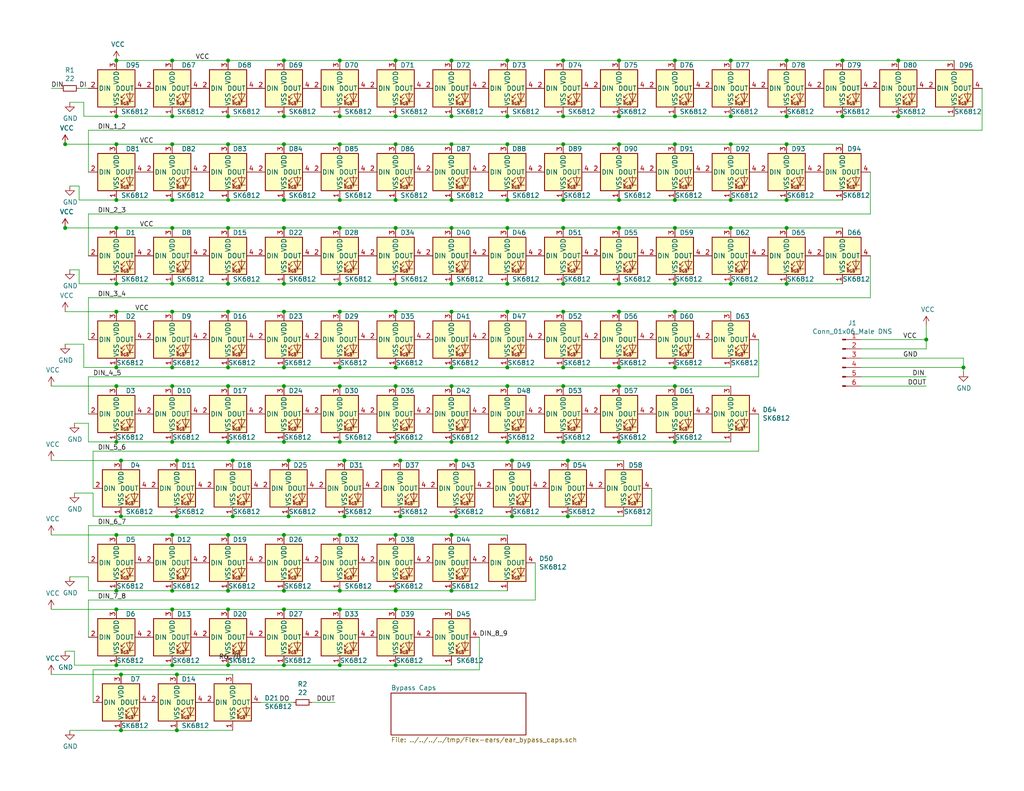
<source format=kicad_sch>
(kicad_sch (version 20230121) (generator eeschema)
  (paper "USLetter")
  (title_block (title "Flex Ears") (date "2019-02-04") (rev "1.0"))
  (junction (at 33.02 199.39))
  (junction (at 123.19 105.41))
  (junction (at 62.23 166.37))
  (junction (at 92.71 16.51))
  (junction (at 168.91 120.65))
  (junction (at 214.63 62.23))
  (junction (at 77.47 31.75))
  (junction (at 138.43 62.23))
  (junction (at 168.91 39.37))
  (junction (at 123.19 16.51))
  (junction (at 31.75 85.09))
  (junction (at 124.46 140.97))
  (junction (at 262.89 100.33))
  (junction (at 123.19 161.29))
  (junction (at 229.87 16.51))
  (junction (at 214.63 54.61))
  (junction (at 92.71 161.29))
  (junction (at 62.23 62.23))
  (junction (at 77.47 85.09))
  (junction (at 107.95 77.47))
  (junction (at 31.75 146.05))
  (junction (at 33.02 140.97))
  (junction (at 138.43 39.37))
  (junction (at 46.99 31.75))
  (junction (at 168.91 100.33))
  (junction (at 46.99 100.33))
  (junction (at 245.11 16.51))
  (junction (at 168.91 77.47))
  (junction (at 77.47 105.41))
  (junction (at 214.63 77.47))
  (junction (at 92.71 39.37))
  (junction (at 46.99 166.37))
  (junction (at 62.23 105.41))
  (junction (at 109.22 140.97))
  (junction (at 46.99 161.29))
  (junction (at 92.71 181.61))
  (junction (at 184.15 62.23))
  (junction (at 252.73 92.71))
  (junction (at 199.39 16.51))
  (junction (at 123.19 120.65))
  (junction (at 184.15 85.09))
  (junction (at 62.23 54.61))
  (junction (at 62.23 120.65))
  (junction (at 107.95 31.75))
  (junction (at 31.75 77.47))
  (junction (at 62.23 77.47))
  (junction (at 31.75 120.65))
  (junction (at 123.19 62.23))
  (junction (at 168.91 85.09))
  (junction (at 153.67 16.51))
  (junction (at 153.67 54.61))
  (junction (at 92.71 166.37))
  (junction (at 63.5 140.97))
  (junction (at 77.47 100.33))
  (junction (at 92.71 100.33))
  (junction (at 229.87 31.75))
  (junction (at 31.75 181.61))
  (junction (at 123.19 31.75))
  (junction (at 138.43 100.33))
  (junction (at 199.39 39.37))
  (junction (at 199.39 54.61))
  (junction (at 107.95 62.23))
  (junction (at 62.23 16.51))
  (junction (at 184.15 54.61))
  (junction (at 77.47 39.37))
  (junction (at 153.67 31.75))
  (junction (at 109.22 125.73))
  (junction (at 46.99 62.23))
  (junction (at 77.47 161.29))
  (junction (at 107.95 16.51))
  (junction (at 199.39 62.23))
  (junction (at 46.99 77.47))
  (junction (at 46.99 146.05))
  (junction (at 124.46 125.73))
  (junction (at 139.7 125.73))
  (junction (at 184.15 39.37))
  (junction (at 31.75 39.37))
  (junction (at 31.75 100.33))
  (junction (at 214.63 16.51))
  (junction (at 62.23 31.75))
  (junction (at 184.15 77.47))
  (junction (at 92.71 146.05))
  (junction (at 107.95 100.33))
  (junction (at 77.47 16.51))
  (junction (at 46.99 39.37))
  (junction (at 153.67 105.41))
  (junction (at 48.26 125.73))
  (junction (at 92.71 120.65))
  (junction (at 168.91 16.51))
  (junction (at 153.67 77.47))
  (junction (at 107.95 54.61))
  (junction (at 107.95 166.37))
  (junction (at 199.39 77.47))
  (junction (at 46.99 181.61))
  (junction (at 62.23 161.29))
  (junction (at 153.67 120.65))
  (junction (at 184.15 120.65))
  (junction (at 92.71 85.09))
  (junction (at 93.98 125.73))
  (junction (at 107.95 105.41))
  (junction (at 138.43 31.75))
  (junction (at 46.99 16.51))
  (junction (at 168.91 62.23))
  (junction (at 184.15 100.33))
  (junction (at 184.15 31.75))
  (junction (at 154.94 125.73))
  (junction (at 138.43 54.61))
  (junction (at 92.71 105.41))
  (junction (at 48.26 184.15))
  (junction (at 138.43 85.09))
  (junction (at 77.47 120.65))
  (junction (at 92.71 54.61))
  (junction (at 214.63 39.37))
  (junction (at 184.15 16.51))
  (junction (at 123.19 100.33))
  (junction (at 154.94 140.97))
  (junction (at 77.47 54.61))
  (junction (at 78.74 125.73))
  (junction (at 153.67 100.33))
  (junction (at 62.23 39.37))
  (junction (at 123.19 39.37))
  (junction (at 107.95 39.37))
  (junction (at 46.99 120.65))
  (junction (at 123.19 85.09))
  (junction (at 184.15 105.41))
  (junction (at 123.19 146.05))
  (junction (at 48.26 140.97))
  (junction (at 107.95 85.09))
  (junction (at 138.43 16.51))
  (junction (at 77.47 181.61))
  (junction (at 107.95 146.05))
  (junction (at 62.23 146.05))
  (junction (at 33.02 125.73))
  (junction (at 92.71 62.23))
  (junction (at 31.75 31.75))
  (junction (at 62.23 100.33))
  (junction (at 199.39 31.75))
  (junction (at 78.74 140.97))
  (junction (at 168.91 31.75))
  (junction (at 153.67 62.23))
  (junction (at 214.63 31.75))
  (junction (at 46.99 85.09))
  (junction (at 153.67 85.09))
  (junction (at 31.75 62.23))
  (junction (at 46.99 54.61))
  (junction (at 93.98 140.97))
  (junction (at 17.78 39.37))
  (junction (at 31.75 54.61))
  (junction (at 31.75 161.29))
  (junction (at 92.71 77.47))
  (junction (at 77.47 146.05))
  (junction (at 107.95 161.29))
  (junction (at 46.99 105.41))
  (junction (at 168.91 54.61))
  (junction (at 153.67 39.37))
  (junction (at 138.43 120.65))
  (junction (at 123.19 77.47))
  (junction (at 48.26 199.39))
  (junction (at 17.78 62.23))
  (junction (at 62.23 181.61))
  (junction (at 123.19 54.61))
  (junction (at 62.23 85.09))
  (junction (at 168.91 105.41))
  (junction (at 107.95 120.65))
  (junction (at 33.02 184.15))
  (junction (at 138.43 105.41))
  (junction (at 31.75 16.51))
  (junction (at 31.75 105.41))
  (junction (at 77.47 62.23))
  (junction (at 138.43 77.47))
  (junction (at 107.95 181.61))
  (junction (at 245.11 31.75))
  (junction (at 92.71 31.75))
  (junction (at 31.75 166.37))
  (junction (at 139.7 140.97))
  (junction (at 77.47 166.37))
  (junction (at 63.5 125.73))
  (junction (at 77.47 77.47))
  (wire (pts (xy 123.19 105.41) (xy 138.43 105.41)))
  (wire (pts (xy 234.95 92.71) (xy 252.73 92.71)))
  (wire (pts (xy 153.67 120.65) (xy 168.91 120.65)))
  (wire (pts (xy 123.19 54.61) (xy 138.43 54.61)))
  (wire (pts (xy 138.43 77.47) (xy 153.67 77.47)))
  (wire (pts (xy 77.47 100.33) (xy 92.71 100.33)))
  (wire (pts (xy 77.47 120.65) (xy 92.71 120.65)))
  (wire (pts (xy 184.15 100.33) (xy 199.39 100.33)))
  (wire (pts (xy 153.67 31.75) (xy 168.91 31.75)))
  (wire (pts (xy 109.22 140.97) (xy 124.46 140.97)))
  (wire (pts (xy 24.13 81.28) (xy 24.13 92.71)))
  (wire (pts (xy 260.35 31.75) (xy 245.11 31.75)))
  (wire (pts (xy 252.73 88.9) (xy 252.73 92.71)))
  (wire (pts (xy 184.15 77.47) (xy 199.39 77.47)))
  (wire (pts (xy 92.71 105.41) (xy 107.95 105.41)))
  (wire (pts (xy 92.71 181.61) (xy 107.95 181.61)))
  (wire (pts (xy 77.47 85.09) (xy 92.71 85.09)))
  (wire (pts (xy 24.13 163.83) (xy 146.05 163.83)))
  (wire (pts (xy 46.99 161.29) (xy 62.23 161.29)))
  (wire (pts (xy 46.99 31.75) (xy 62.23 31.75)))
  (wire (pts (xy 92.71 54.61) (xy 107.95 54.61)))
  (wire (pts (xy 92.71 16.51) (xy 107.95 16.51)))
  (wire (pts (xy 46.99 62.23) (xy 62.23 62.23)))
  (wire (pts (xy 85.09 191.77) (xy 91.44 191.77)))
  (wire (pts (xy 48.26 140.97) (xy 63.5 140.97)))
  (wire (pts (xy 31.75 62.23) (xy 46.99 62.23)))
  (wire (pts (xy 20.32 115.57) (xy 24.13 115.57)))
  (wire (pts (xy 92.71 62.23) (xy 107.95 62.23)))
  (wire (pts (xy 62.23 54.61) (xy 77.47 54.61)))
  (wire (pts (xy 25.4 134.62) (xy 25.4 140.97)))
  (wire (pts (xy 153.67 105.41) (xy 168.91 105.41)))
  (wire (pts (xy 48.26 184.15) (xy 63.5 184.15)))
  (wire (pts (xy 237.49 58.42) (xy 24.13 58.42)))
  (wire (pts (xy 24.13 143.51) (xy 24.13 153.67)))
  (wire (pts (xy 168.91 85.09) (xy 184.15 85.09)))
  (wire (pts (xy 31.75 100.33) (xy 46.99 100.33)))
  (wire (pts (xy 138.43 54.61) (xy 153.67 54.61)))
  (wire (pts (xy 234.95 100.33) (xy 262.89 100.33)))
  (wire (pts (xy 33.02 184.15) (xy 48.26 184.15)))
  (wire (pts (xy 62.23 39.37) (xy 77.47 39.37)))
  (wire (pts (xy 123.19 161.29) (xy 138.43 161.29)))
  (wire (pts (xy 77.47 105.41) (xy 92.71 105.41)))
  (wire (pts (xy 46.99 181.61) (xy 62.23 181.61)))
  (wire (pts (xy 20.32 134.62) (xy 25.4 134.62)))
  (wire (pts (xy 20.32 181.61) (xy 20.32 177.8)))
  (wire (pts (xy 123.19 16.51) (xy 138.43 16.51)))
  (wire (pts (xy 109.22 125.73) (xy 124.46 125.73)))
  (wire (pts (xy 107.95 181.61) (xy 123.19 181.61)))
  (wire (pts (xy 130.81 173.99) (xy 130.81 182.88)))
  (wire (pts (xy 234.95 97.79) (xy 262.89 97.79)))
  (wire (pts (xy 184.15 85.09) (xy 199.39 85.09)))
  (wire (pts (xy 77.47 166.37) (xy 92.71 166.37)))
  (wire (pts (xy 33.02 125.73) (xy 48.26 125.73)))
  (wire (pts (xy 13.97 105.41) (xy 31.75 105.41)))
  (wire (pts (xy 237.49 81.28) (xy 237.49 69.85)))
  (wire (pts (xy 107.95 77.47) (xy 123.19 77.47)))
  (wire (pts (xy 21.59 54.61) (xy 31.75 54.61)))
  (wire (pts (xy 21.59 77.47) (xy 31.75 77.47)))
  (wire (pts (xy 31.75 161.29) (xy 46.99 161.29)))
  (wire (pts (xy 153.67 77.47) (xy 168.91 77.47)))
  (wire (pts (xy 13.97 146.05) (xy 31.75 146.05)))
  (wire (pts (xy 214.63 54.61) (xy 229.87 54.61)))
  (wire (pts (xy 62.23 161.29) (xy 77.47 161.29)))
  (wire (pts (xy 46.99 146.05) (xy 62.23 146.05)))
  (wire (pts (xy 62.23 100.33) (xy 77.47 100.33)))
  (wire (pts (xy 31.75 105.41) (xy 46.99 105.41)))
  (wire (pts (xy 107.95 62.23) (xy 123.19 62.23)))
  (wire (pts (xy 138.43 105.41) (xy 153.67 105.41)))
  (wire (pts (xy 17.78 85.09) (xy 31.75 85.09)))
  (wire (pts (xy 207.01 123.19) (xy 207.01 113.03)))
  (wire (pts (xy 177.8 143.51) (xy 24.13 143.51)))
  (wire (pts (xy 92.71 39.37) (xy 107.95 39.37)))
  (wire (pts (xy 107.95 54.61) (xy 123.19 54.61)))
  (wire (pts (xy 138.43 39.37) (xy 153.67 39.37)))
  (wire (pts (xy 168.91 77.47) (xy 184.15 77.47)))
  (wire (pts (xy 168.91 31.75) (xy 184.15 31.75)))
  (wire (pts (xy 214.63 77.47) (xy 229.87 77.47)))
  (wire (pts (xy 25.4 133.35) (xy 25.4 123.19)))
  (wire (pts (xy 19.05 199.39) (xy 33.02 199.39)))
  (wire (pts (xy 107.95 31.75) (xy 123.19 31.75)))
  (wire (pts (xy 77.47 77.47) (xy 92.71 77.47)))
  (wire (pts (xy 92.71 166.37) (xy 107.95 166.37)))
  (wire (pts (xy 13.97 166.37) (xy 31.75 166.37)))
  (wire (pts (xy 124.46 140.97) (xy 139.7 140.97)))
  (wire (pts (xy 63.5 140.97) (xy 78.74 140.97)))
  (wire (pts (xy 31.75 166.37) (xy 46.99 166.37)))
  (wire (pts (xy 46.99 105.41) (xy 62.23 105.41)))
  (wire (pts (xy 234.95 95.25) (xy 252.73 95.25)))
  (wire (pts (xy 62.23 120.65) (xy 77.47 120.65)))
  (wire (pts (xy 214.63 31.75) (xy 229.87 31.75)))
  (wire (pts (xy 168.91 16.51) (xy 184.15 16.51)))
  (wire (pts (xy 31.75 85.09) (xy 46.99 85.09)))
  (wire (pts (xy 107.95 161.29) (xy 123.19 161.29)))
  (wire (pts (xy 22.86 100.33) (xy 31.75 100.33)))
  (wire (pts (xy 62.23 166.37) (xy 77.47 166.37)))
  (wire (pts (xy 77.47 31.75) (xy 92.71 31.75)))
  (wire (pts (xy 25.4 123.19) (xy 207.01 123.19)))
  (wire (pts (xy 123.19 100.33) (xy 138.43 100.33)))
  (wire (pts (xy 62.23 181.61) (xy 77.47 181.61)))
  (wire (pts (xy 107.95 16.51) (xy 123.19 16.51)))
  (wire (pts (xy 21.59 73.66) (xy 19.05 73.66)))
  (wire (pts (xy 107.95 120.65) (xy 123.19 120.65)))
  (wire (pts (xy 124.46 125.73) (xy 139.7 125.73)))
  (wire (pts (xy 48.26 125.73) (xy 63.5 125.73)))
  (wire (pts (xy 13.97 125.73) (xy 33.02 125.73)))
  (wire (pts (xy 184.15 16.51) (xy 199.39 16.51)))
  (wire (pts (xy 24.13 173.99) (xy 24.13 163.83)))
  (wire (pts (xy 177.8 133.35) (xy 177.8 143.51)))
  (wire (pts (xy 229.87 16.51) (xy 245.11 16.51)))
  (wire (pts (xy 237.49 58.42) (xy 237.49 46.99)))
  (wire (pts (xy 199.39 39.37) (xy 214.63 39.37)))
  (wire (pts (xy 17.78 62.23) (xy 31.75 62.23)))
  (wire (pts (xy 207.01 92.71) (xy 207.01 102.87)))
  (wire (pts (xy 138.43 62.23) (xy 153.67 62.23)))
  (wire (pts (xy 71.12 191.77) (xy 80.01 191.77)))
  (wire (pts (xy 138.43 100.33) (xy 153.67 100.33)))
  (wire (pts (xy 21.59 50.8) (xy 19.05 50.8)))
  (wire (pts (xy 20.32 181.61) (xy 31.75 181.61)))
  (wire (pts (xy 199.39 62.23) (xy 214.63 62.23)))
  (wire (pts (xy 168.91 120.65) (xy 184.15 120.65)))
  (wire (pts (xy 22.86 27.94) (xy 19.05 27.94)))
  (wire (pts (xy 107.95 100.33) (xy 123.19 100.33)))
  (wire (pts (xy 123.19 39.37) (xy 138.43 39.37)))
  (wire (pts (xy 21.59 77.47) (xy 21.59 73.66)))
  (wire (pts (xy 168.91 105.41) (xy 184.15 105.41)))
  (wire (pts (xy 21.59 24.13) (xy 24.13 24.13)))
  (wire (pts (xy 31.75 16.51) (xy 46.99 16.51)))
  (wire (pts (xy 31.75 181.61) (xy 46.99 181.61)))
  (wire (pts (xy 199.39 31.75) (xy 214.63 31.75)))
  (wire (pts (xy 46.99 54.61) (xy 62.23 54.61)))
  (wire (pts (xy 24.13 35.56) (xy 267.97 35.56)))
  (wire (pts (xy 24.13 102.87) (xy 24.13 113.03)))
  (wire (pts (xy 46.99 120.65) (xy 62.23 120.65)))
  (wire (pts (xy 107.95 105.41) (xy 123.19 105.41)))
  (wire (pts (xy 92.71 100.33) (xy 107.95 100.33)))
  (wire (pts (xy 168.91 100.33) (xy 184.15 100.33)))
  (wire (pts (xy 184.15 54.61) (xy 199.39 54.61)))
  (wire (pts (xy 13.97 184.15) (xy 33.02 184.15)))
  (wire (pts (xy 214.63 62.23) (xy 229.87 62.23)))
  (wire (pts (xy 138.43 120.65) (xy 153.67 120.65)))
  (wire (pts (xy 168.91 39.37) (xy 184.15 39.37)))
  (wire (pts (xy 31.75 31.75) (xy 22.86 31.75)))
  (wire (pts (xy 199.39 77.47) (xy 214.63 77.47)))
  (wire (pts (xy 262.89 101.6) (xy 262.89 100.33)))
  (wire (pts (xy 62.23 16.51) (xy 77.47 16.51)))
  (wire (pts (xy 199.39 16.51) (xy 214.63 16.51)))
  (wire (pts (xy 237.49 81.28) (xy 24.13 81.28)))
  (wire (pts (xy 24.13 58.42) (xy 24.13 69.85)))
  (wire (pts (xy 107.95 85.09) (xy 123.19 85.09)))
  (wire (pts (xy 33.02 199.39) (xy 48.26 199.39)))
  (wire (pts (xy 123.19 85.09) (xy 138.43 85.09)))
  (wire (pts (xy 77.47 181.61) (xy 92.71 181.61)))
  (wire (pts (xy 199.39 54.61) (xy 214.63 54.61)))
  (wire (pts (xy 93.98 125.73) (xy 109.22 125.73)))
  (wire (pts (xy 62.23 105.41) (xy 77.47 105.41)))
  (wire (pts (xy 107.95 146.05) (xy 123.19 146.05)))
  (wire (pts (xy 31.75 120.65) (xy 46.99 120.65)))
  (wire (pts (xy 62.23 62.23) (xy 77.47 62.23)))
  (wire (pts (xy 24.13 157.48) (xy 24.13 161.29)))
  (wire (pts (xy 77.47 62.23) (xy 92.71 62.23)))
  (wire (pts (xy 16.51 24.13) (xy 13.97 24.13)))
  (wire (pts (xy 46.99 100.33) (xy 62.23 100.33)))
  (wire (pts (xy 25.4 182.88) (xy 130.81 182.88)))
  (wire (pts (xy 184.15 105.41) (xy 199.39 105.41)))
  (wire (pts (xy 46.99 77.47) (xy 62.23 77.47)))
  (wire (pts (xy 252.73 92.71) (xy 252.73 95.25)))
  (wire (pts (xy 46.99 166.37) (xy 62.23 166.37)))
  (wire (pts (xy 78.74 140.97) (xy 93.98 140.97)))
  (wire (pts (xy 31.75 54.61) (xy 46.99 54.61)))
  (wire (pts (xy 123.19 77.47) (xy 138.43 77.47)))
  (wire (pts (xy 17.78 93.98) (xy 22.86 93.98)))
  (wire (pts (xy 267.97 24.13) (xy 267.97 35.56)))
  (wire (pts (xy 21.59 54.61) (xy 21.59 50.8)))
  (wire (pts (xy 168.91 54.61) (xy 184.15 54.61)))
  (wire (pts (xy 154.94 140.97) (xy 170.18 140.97)))
  (wire (pts (xy 19.05 157.48) (xy 24.13 157.48)))
  (wire (pts (xy 153.67 62.23) (xy 168.91 62.23)))
  (wire (pts (xy 77.47 16.51) (xy 92.71 16.51)))
  (wire (pts (xy 92.71 120.65) (xy 107.95 120.65)))
  (wire (pts (xy 24.13 115.57) (xy 24.13 120.65)))
  (wire (pts (xy 214.63 39.37) (xy 229.87 39.37)))
  (wire (pts (xy 107.95 39.37) (xy 123.19 39.37)))
  (wire (pts (xy 92.71 161.29) (xy 107.95 161.29)))
  (wire (pts (xy 139.7 125.73) (xy 154.94 125.73)))
  (wire (pts (xy 184.15 31.75) (xy 199.39 31.75)))
  (wire (pts (xy 31.75 77.47) (xy 46.99 77.47)))
  (wire (pts (xy 62.23 85.09) (xy 77.47 85.09)))
  (wire (pts (xy 31.75 146.05) (xy 46.99 146.05)))
  (wire (pts (xy 31.75 31.75) (xy 46.99 31.75)))
  (wire (pts (xy 22.86 31.75) (xy 22.86 27.94)))
  (wire (pts (xy 46.99 16.51) (xy 62.23 16.51)))
  (wire (pts (xy 24.13 120.65) (xy 31.75 120.65)))
  (wire (pts (xy 46.99 85.09) (xy 62.23 85.09)))
  (wire (pts (xy 92.71 77.47) (xy 107.95 77.47)))
  (wire (pts (xy 77.47 146.05) (xy 92.71 146.05)))
  (wire (pts (xy 48.26 199.39) (xy 63.5 199.39)))
  (wire (pts (xy 123.19 146.05) (xy 138.43 146.05)))
  (wire (pts (xy 62.23 77.47) (xy 77.47 77.47)))
  (wire (pts (xy 184.15 62.23) (xy 199.39 62.23)))
  (wire (pts (xy 107.95 166.37) (xy 123.19 166.37)))
  (wire (pts (xy 234.95 105.41) (xy 252.73 105.41)))
  (wire (pts (xy 31.75 39.37) (xy 46.99 39.37)))
  (wire (pts (xy 153.67 16.51) (xy 168.91 16.51)))
  (wire (pts (xy 234.95 102.87) (xy 252.73 102.87)))
  (wire (pts (xy 146.05 153.67) (xy 146.05 163.83)))
  (wire (pts (xy 153.67 100.33) (xy 168.91 100.33)))
  (wire (pts (xy 184.15 120.65) (xy 199.39 120.65)))
  (wire (pts (xy 62.23 31.75) (xy 77.47 31.75)))
  (wire (pts (xy 25.4 140.97) (xy 33.02 140.97)))
  (wire (pts (xy 77.47 54.61) (xy 92.71 54.61)))
  (wire (pts (xy 214.63 16.51) (xy 229.87 16.51)))
  (wire (pts (xy 139.7 140.97) (xy 154.94 140.97)))
  (wire (pts (xy 46.99 39.37) (xy 62.23 39.37)))
  (wire (pts (xy 62.23 146.05) (xy 77.47 146.05)))
  (wire (pts (xy 168.91 62.23) (xy 184.15 62.23)))
  (wire (pts (xy 123.19 31.75) (xy 138.43 31.75)))
  (wire (pts (xy 20.32 177.8) (xy 17.78 177.8)))
  (wire (pts (xy 24.13 161.29) (xy 31.75 161.29)))
  (wire (pts (xy 153.67 39.37) (xy 168.91 39.37)))
  (wire (pts (xy 153.67 85.09) (xy 168.91 85.09)))
  (wire (pts (xy 138.43 16.51) (xy 153.67 16.51)))
  (wire (pts (xy 138.43 31.75) (xy 153.67 31.75)))
  (wire (pts (xy 123.19 120.65) (xy 138.43 120.65)))
  (wire (pts (xy 153.67 54.61) (xy 168.91 54.61)))
  (wire (pts (xy 25.4 182.88) (xy 25.4 191.77)))
  (wire (pts (xy 245.11 16.51) (xy 260.35 16.51)))
  (wire (pts (xy 17.78 39.37) (xy 31.75 39.37)))
  (wire (pts (xy 77.47 161.29) (xy 92.71 161.29)))
  (wire (pts (xy 33.02 140.97) (xy 48.26 140.97)))
  (wire (pts (xy 63.5 125.73) (xy 78.74 125.73)))
  (wire (pts (xy 92.71 85.09) (xy 107.95 85.09)))
  (wire (pts (xy 93.98 140.97) (xy 109.22 140.97)))
  (wire (pts (xy 24.13 102.87) (xy 207.01 102.87)))
  (wire (pts (xy 154.94 125.73) (xy 170.18 125.73)))
  (wire (pts (xy 77.47 39.37) (xy 92.71 39.37)))
  (wire (pts (xy 229.87 31.75) (xy 245.11 31.75)))
  (wire (pts (xy 24.13 35.56) (xy 24.13 46.99)))
  (wire (pts (xy 92.71 31.75) (xy 107.95 31.75)))
  (wire (pts (xy 123.19 62.23) (xy 138.43 62.23)))
  (wire (pts (xy 184.15 39.37) (xy 199.39 39.37)))
  (wire (pts (xy 138.43 85.09) (xy 153.67 85.09)))
  (wire (pts (xy 78.74 125.73) (xy 93.98 125.73)))
  (wire (pts (xy 92.71 146.05) (xy 107.95 146.05)))
  (wire (pts (xy 22.86 93.98) (xy 22.86 100.33)))
  (wire (pts (xy 262.89 100.33) (xy 262.89 97.79)))
  (label "DIN_7_8" (at 26.67 163.83 0))
  (label "DO" (at 76.2 191.77 0))
  (label "VCC" (at 36.83 85.09 0))
  (label "DIN_8_9" (at 130.81 173.99 0))
  (label "DIN_6_7" (at 26.67 143.51 0))
  (label "VCC" (at 38.1 39.37 0))
  (label "DIN_5_6" (at 26.67 123.19 0))
  (label "VCC" (at 246.38 92.71 0))
  (label "DIN" (at 13.97 24.13 0))
  (label "DIN_3_4" (at 26.67 81.28 0))
  (label "GND" (at 246.38 97.79 0))
  (label "VCC" (at 53.34 16.51 0))
  (label "DIN" (at 248.92 102.87 0))
  (label "DIN_1_2" (at 26.67 35.56 0))
  (label "DI" (at 21.59 24.13 0))
  (label "VCC" (at 38.1 62.23 0))
  (label "DOUT" (at 86.36 191.77 0))
  (label "R6_7D" (at 59.69 180.34 0))
  (label "DIN_4_5" (at 25.4 102.87 0))
  (label "DIN_2_3" (at 26.67 58.42 0))
  (label "DOUT" (at 247.65 105.41 0))
  (symbol (lib_id "power:GND") (at 19.05 73.66 0) (unit 1)
    (property "Reference" "#PWR07" (effects hide))
    (property "Value" "GND" (at 19.177 78.0542 0))
  )
  (symbol (lib_id "power:VCC") (at 17.78 62.23 0) (unit 1)
    (property "Reference" "#PWR06" (effects hide))
    (property "Value" "VCC" (at 18.2118 57.8358 0))
  )
  (symbol (lib_id "power:VCC") (at 17.78 85.09 0) (unit 1)
    (property "Reference" "#PWR08" (effects hide))
    (property "Value" "VCC" (at 18.2118 80.6958 0))
  )
  (symbol (lib_id "power:GND") (at 17.78 93.98 0) (unit 1)
    (property "Reference" "#PWR09" (effects hide))
    (property "Value" "GND" (at 17.907 98.3742 0))
  )
  (symbol (lib_id "power:VCC") (at 13.97 105.41 0) (unit 1)
    (property "Reference" "#PWR01" (effects hide))
    (property "Value" "VCC" (at 14.4018 101.0158 0))
  )
  (symbol (lib_id "power:GND") (at 20.32 115.57 0) (unit 1)
    (property "Reference" "#PWR013" (effects hide))
    (property "Value" "GND" (at 20.447 119.9642 0))
  )
  (symbol (lib_id "power:VCC") (at 13.97 125.73 0) (unit 1)
    (property "Reference" "#PWR02" (effects hide))
    (property "Value" "VCC" (at 14.4018 121.3358 0))
  )
  (symbol (lib_id "power:GND") (at 20.32 134.62 0) (unit 1)
    (property "Reference" "#PWR010" (effects hide))
    (property "Value" "GND" (at 20.447 139.0142 0))
  )
  (symbol (lib_id "power:VCC") (at 13.97 146.05 0) (unit 1)
    (property "Reference" "#PWR03" (effects hide))
    (property "Value" "VCC" (at 14.4018 141.6558 0))
  )
  (symbol (lib_id "power:GND") (at 19.05 157.48 0) (unit 1)
    (property "Reference" "#PWR011" (effects hide))
    (property "Value" "GND" (at 19.177 161.8742 0))
  )
  (symbol (lib_id "power:VCC") (at 13.97 166.37 0) (unit 1)
    (property "Reference" "#PWR04" (effects hide))
    (property "Value" "VCC" (at 14.4018 161.9758 0))
  )
  (symbol (lib_id "power:GND") (at 17.78 177.8 0) (unit 1)
    (property "Reference" "#PWR014" (effects hide))
    (property "Value" "GND" (at 17.907 182.1942 0))
  )
  (symbol (lib_id "power:VCC") (at 13.97 184.15 0) (unit 1)
    (property "Reference" "#PWR05" (effects hide))
    (property "Value" "VCC" (at 14.4018 179.7558 0))
  )
  (symbol (lib_id "power:GND") (at 19.05 199.39 0) (unit 1)
    (property "Reference" "#PWR012" (effects hide))
    (property "Value" "GND" (at 19.177 203.7842 0))
  )
  (symbol (lib_id "Ears-rescue:Conn_01x06_Male-Connector") (at 229.87 97.79 0) (unit 1)
    (property "Reference" "J1" (at 232.5624 88.1888 0))
    (property "Value" "Conn_01x06_Male DNS" (at 232.5624 90.5002 0))
    (property "Footprint" "Pin_Headers:Pin_Header_Angled_1x06_Pitch2.54mm" (effects hide))
  )
  (symbol (lib_id "Device:R_Small") (at 82.55 191.77 270) (unit 1)
    (property "Reference" "R2" (at 82.55 186.7916 90))
    (property "Value" "22" (at 82.55 189.103 90))
    (property "Footprint" "Resistor_SMD:R_0603_1608Metric" (effects hide))
  )
  (symbol (lib_id "power:VCC") (at 252.73 88.9 0) (unit 1)
    (property "Reference" "#PWR015" (effects hide))
    (property "Value" "VCC" (at 253.1618 84.5058 0))
  )
  (symbol (lib_id "power:GND") (at 262.89 101.6 0) (unit 1)
    (property "Reference" "#PWR016" (effects hide))
    (property "Value" "GND" (at 263.017 105.9942 0))
  )
  (symbol (lib_id "LED:SK6812") (at 31.75 69.85 0) (unit 1)
    (property "Reference" "D1" (at 34.29 63.5 0) (effects (justify left)))
    (property "Value" "SK6812" (at 33.02 76.2 0) (effects (justify left)))
    (property "Footprint" "LED_SMD:LED_SK6812MINI_PLCC4_3.5x3.5mm_P1.75mm" (effects hide))
    (property "Datasheet" "https://cdn-shop.adafruit.com/product-files/1138/SK6812+LED+datasheet+.pdf" (effects hide))
  )
  (symbol (lib_id "LED:SK6812") (at 46.99 69.85 0) (unit 1)
    (property "Reference" "D8" (at 49.53 63.5 0) (effects (justify left)))
    (property "Value" "SK6812" (at 48.26 76.2 0) (effects (justify left)))
    (property "Footprint" "LED_SMD:LED_SK6812MINI_PLCC4_3.5x3.5mm_P1.75mm" (effects hide))
    (property "Datasheet" "https://cdn-shop.adafruit.com/product-files/1138/SK6812+LED+datasheet+.pdf" (effects hide))
  )
  (symbol (lib_id "LED:SK6812") (at 62.23 69.85 0) (unit 1)
    (property "Reference" "D15" (at 63.5 63.5 0) (effects (justify left)))
    (property "Value" "SK6812" (at 63.5 76.2 0) (effects (justify left)))
    (property "Footprint" "LED_SMD:LED_SK6812MINI_PLCC4_3.5x3.5mm_P1.75mm" (effects hide))
    (property "Datasheet" "https://cdn-shop.adafruit.com/product-files/1138/SK6812+LED+datasheet+.pdf" (effects hide))
  )
  (symbol (lib_id "LED:SK6812") (at 77.47 69.85 0) (unit 1)
    (property "Reference" "D22" (at 78.74 63.5 0) (effects (justify left)))
    (property "Value" "SK6812" (at 78.74 76.2 0) (effects (justify left)))
    (property "Footprint" "LED_SMD:LED_SK6812MINI_PLCC4_3.5x3.5mm_P1.75mm" (effects hide))
    (property "Datasheet" "https://cdn-shop.adafruit.com/product-files/1138/SK6812+LED+datasheet+.pdf" (effects hide))
  )
  (symbol (lib_id "LED:SK6812") (at 92.71 69.85 0) (unit 1)
    (property "Reference" "D28" (at 93.98 63.5 0) (effects (justify left)))
    (property "Value" "SK6812" (at 93.98 76.2 0) (effects (justify left)))
    (property "Footprint" "LED_SMD:LED_SK6812MINI_PLCC4_3.5x3.5mm_P1.75mm" (effects hide))
    (property "Datasheet" "https://cdn-shop.adafruit.com/product-files/1138/SK6812+LED+datasheet+.pdf" (effects hide))
  )
  (symbol (lib_id "LED:SK6812") (at 107.95 69.85 0) (unit 1)
    (property "Reference" "D34" (at 109.22 63.5 0) (effects (justify left)))
    (property "Value" "SK6812" (at 109.22 76.2 0) (effects (justify left)))
    (property "Footprint" "LED_SMD:LED_SK6812MINI_PLCC4_3.5x3.5mm_P1.75mm" (effects hide))
    (property "Datasheet" "https://cdn-shop.adafruit.com/product-files/1138/SK6812+LED+datasheet+.pdf" (effects hide))
  )
  (symbol (lib_id "LED:SK6812") (at 123.19 69.85 0) (unit 1)
    (property "Reference" "D40" (at 124.46 63.5 0) (effects (justify left)))
    (property "Value" "SK6812" (at 124.46 76.2 0) (effects (justify left)))
    (property "Footprint" "LED_SMD:LED_SK6812MINI_PLCC4_3.5x3.5mm_P1.75mm" (effects hide))
    (property "Datasheet" "https://cdn-shop.adafruit.com/product-files/1138/SK6812+LED+datasheet+.pdf" (effects hide))
  )
  (symbol (lib_id "LED:SK6812") (at 138.43 69.85 0) (unit 1)
    (property "Reference" "D46" (at 139.7 63.5 0) (effects (justify left)))
    (property "Value" "SK6812" (at 139.7 76.2 0) (effects (justify left)))
    (property "Footprint" "LED_SMD:LED_SK6812MINI_PLCC4_3.5x3.5mm_P1.75mm" (effects hide))
    (property "Datasheet" "https://cdn-shop.adafruit.com/product-files/1138/SK6812+LED+datasheet+.pdf" (effects hide))
  )
  (symbol (lib_id "LED:SK6812") (at 153.67 69.85 0) (unit 1)
    (property "Reference" "D51" (at 154.94 63.5 0) (effects (justify left)))
    (property "Value" "SK6812" (at 153.67 76.2 0) (effects (justify left)))
    (property "Footprint" "LED_SMD:LED_SK6812MINI_PLCC4_3.5x3.5mm_P1.75mm" (effects hide))
    (property "Datasheet" "https://cdn-shop.adafruit.com/product-files/1138/SK6812+LED+datasheet+.pdf" (effects hide))
  )
  (symbol (lib_id "LED:SK6812") (at 168.91 69.85 0) (unit 1)
    (property "Reference" "D55" (at 170.18 63.5 0) (effects (justify left)))
    (property "Value" "SK6812" (at 170.18 76.2 0) (effects (justify left)))
    (property "Footprint" "LED_SMD:LED_SK6812MINI_PLCC4_3.5x3.5mm_P1.75mm" (effects hide))
    (property "Datasheet" "https://cdn-shop.adafruit.com/product-files/1138/SK6812+LED+datasheet+.pdf" (effects hide))
  )
  (symbol (lib_id "LED:SK6812") (at 184.15 69.85 0) (unit 1)
    (property "Reference" "D59" (at 185.42 63.5 0) (effects (justify left)))
    (property "Value" "SK6812" (at 184.15 76.2 0) (effects (justify left)))
    (property "Footprint" "LED_SMD:LED_SK6812MINI_PLCC4_3.5x3.5mm_P1.75mm" (effects hide))
    (property "Datasheet" "https://cdn-shop.adafruit.com/product-files/1138/SK6812+LED+datasheet+.pdf" (effects hide))
  )
  (symbol (lib_id "LED:SK6812") (at 199.39 69.85 0) (unit 1)
    (property "Reference" "D62" (at 200.66 63.5 0) (effects (justify left)))
    (property "Value" "SK6812" (at 199.39 76.2 0) (effects (justify left)))
    (property "Footprint" "LED_SMD:LED_SK6812MINI_PLCC4_3.5x3.5mm_P1.75mm" (effects hide))
    (property "Datasheet" "https://cdn-shop.adafruit.com/product-files/1138/SK6812+LED+datasheet+.pdf" (effects hide))
  )
  (symbol (lib_id "LED:SK6812") (at 214.63 69.85 0) (unit 1)
    (property "Reference" "D65" (at 215.9 63.5 0) (effects (justify left)))
    (property "Value" "SK6812" (at 214.63 76.2 0) (effects (justify left)))
    (property "Footprint" "LED_SMD:LED_SK6812MINI_PLCC4_3.5x3.5mm_P1.75mm" (effects hide))
    (property "Datasheet" "https://cdn-shop.adafruit.com/product-files/1138/SK6812+LED+datasheet+.pdf" (effects hide))
  )
  (symbol (lib_id "LED:SK6812") (at 229.87 69.85 0) (unit 1)
    (property "Reference" "D66" (at 231.14 63.5 0) (effects (justify left)))
    (property "Value" "SK6812" (at 229.87 76.2 0) (effects (justify left)))
    (property "Footprint" "LED_SMD:LED_SK6812MINI_PLCC4_3.5x3.5mm_P1.75mm" (effects hide))
    (property "Datasheet" "https://cdn-shop.adafruit.com/product-files/1138/SK6812+LED+datasheet+.pdf" (effects hide))
  )
  (symbol (lib_id "LED:SK6812") (at 31.75 92.71 0) (unit 1)
    (property "Reference" "D2" (at 34.29 86.36 0) (effects (justify left)))
    (property "Value" "SK6812" (at 31.75 99.06 0) (effects (justify left)))
    (property "Footprint" "LED_SMD:LED_SK6812MINI_PLCC4_3.5x3.5mm_P1.75mm" (effects hide))
    (property "Datasheet" "https://cdn-shop.adafruit.com/product-files/1138/SK6812+LED+datasheet+.pdf" (effects hide))
  )
  (symbol (lib_id "LED:SK6812") (at 46.99 92.71 0) (unit 1)
    (property "Reference" "D9" (at 49.53 86.36 0) (effects (justify left)))
    (property "Value" "SK6812" (at 46.99 99.06 0) (effects (justify left)))
    (property "Footprint" "LED_SMD:LED_SK6812MINI_PLCC4_3.5x3.5mm_P1.75mm" (effects hide))
    (property "Datasheet" "https://cdn-shop.adafruit.com/product-files/1138/SK6812+LED+datasheet+.pdf" (effects hide))
  )
  (symbol (lib_id "LED:SK6812") (at 62.23 92.71 0) (unit 1)
    (property "Reference" "D16" (at 63.5 86.36 0) (effects (justify left)))
    (property "Value" "SK6812" (at 62.23 99.06 0) (effects (justify left)))
    (property "Footprint" "LED_SMD:LED_SK6812MINI_PLCC4_3.5x3.5mm_P1.75mm" (effects hide))
    (property "Datasheet" "https://cdn-shop.adafruit.com/product-files/1138/SK6812+LED+datasheet+.pdf" (effects hide))
  )
  (symbol (lib_id "LED:SK6812") (at 77.47 92.71 0) (unit 1)
    (property "Reference" "D23" (at 78.74 86.36 0) (effects (justify left)))
    (property "Value" "SK6812" (at 77.47 99.06 0) (effects (justify left)))
    (property "Footprint" "LED_SMD:LED_SK6812MINI_PLCC4_3.5x3.5mm_P1.75mm" (effects hide))
    (property "Datasheet" "https://cdn-shop.adafruit.com/product-files/1138/SK6812+LED+datasheet+.pdf" (effects hide))
  )
  (symbol (lib_id "LED:SK6812") (at 92.71 92.71 0) (unit 1)
    (property "Reference" "D29" (at 93.98 86.36 0) (effects (justify left)))
    (property "Value" "SK6812" (at 92.71 99.06 0) (effects (justify left)))
    (property "Footprint" "LED_SMD:LED_SK6812MINI_PLCC4_3.5x3.5mm_P1.75mm" (effects hide))
    (property "Datasheet" "https://cdn-shop.adafruit.com/product-files/1138/SK6812+LED+datasheet+.pdf" (effects hide))
  )
  (symbol (lib_id "LED:SK6812") (at 107.95 92.71 0) (unit 1)
    (property "Reference" "D35" (at 109.22 86.36 0) (effects (justify left)))
    (property "Value" "SK6812" (at 107.95 99.06 0) (effects (justify left)))
    (property "Footprint" "LED_SMD:LED_SK6812MINI_PLCC4_3.5x3.5mm_P1.75mm" (effects hide))
    (property "Datasheet" "https://cdn-shop.adafruit.com/product-files/1138/SK6812+LED+datasheet+.pdf" (effects hide))
  )
  (symbol (lib_id "LED:SK6812") (at 123.19 92.71 0) (unit 1)
    (property "Reference" "D41" (at 124.46 86.36 0) (effects (justify left)))
    (property "Value" "SK6812" (at 123.19 99.06 0) (effects (justify left)))
    (property "Footprint" "LED_SMD:LED_SK6812MINI_PLCC4_3.5x3.5mm_P1.75mm" (effects hide))
    (property "Datasheet" "https://cdn-shop.adafruit.com/product-files/1138/SK6812+LED+datasheet+.pdf" (effects hide))
  )
  (symbol (lib_id "LED:SK6812") (at 138.43 92.71 0) (unit 1)
    (property "Reference" "D47" (at 139.7 86.36 0) (effects (justify left)))
    (property "Value" "SK6812" (at 138.43 99.06 0) (effects (justify left)))
    (property "Footprint" "LED_SMD:LED_SK6812MINI_PLCC4_3.5x3.5mm_P1.75mm" (effects hide))
    (property "Datasheet" "https://cdn-shop.adafruit.com/product-files/1138/SK6812+LED+datasheet+.pdf" (effects hide))
  )
  (symbol (lib_id "LED:SK6812") (at 153.67 92.71 0) (unit 1)
    (property "Reference" "D52" (at 154.94 86.36 0) (effects (justify left)))
    (property "Value" "SK6812" (at 153.67 99.06 0) (effects (justify left)))
    (property "Footprint" "LED_SMD:LED_SK6812MINI_PLCC4_3.5x3.5mm_P1.75mm" (effects hide))
    (property "Datasheet" "https://cdn-shop.adafruit.com/product-files/1138/SK6812+LED+datasheet+.pdf" (effects hide))
  )
  (symbol (lib_id "LED:SK6812") (at 168.91 92.71 0) (unit 1)
    (property "Reference" "D56" (at 170.18 86.36 0) (effects (justify left)))
    (property "Value" "SK6812" (at 168.91 99.06 0) (effects (justify left)))
    (property "Footprint" "LED_SMD:LED_SK6812MINI_PLCC4_3.5x3.5mm_P1.75mm" (effects hide))
    (property "Datasheet" "https://cdn-shop.adafruit.com/product-files/1138/SK6812+LED+datasheet+.pdf" (effects hide))
  )
  (symbol (lib_id "LED:SK6812") (at 184.15 92.71 0) (unit 1)
    (property "Reference" "D60" (at 185.42 86.36 0) (effects (justify left)))
    (property "Value" "SK6812" (at 184.15 99.06 0) (effects (justify left)))
    (property "Footprint" "LED_SMD:LED_SK6812MINI_PLCC4_3.5x3.5mm_P1.75mm" (effects hide))
    (property "Datasheet" "https://cdn-shop.adafruit.com/product-files/1138/SK6812+LED+datasheet+.pdf" (effects hide))
  )
  (symbol (lib_id "LED:SK6812") (at 199.39 92.71 0) (unit 1)
    (property "Reference" "D63" (at 200.66 86.36 0) (effects (justify left)))
    (property "Value" "SK6812" (at 199.39 99.06 0) (effects (justify left)))
    (property "Footprint" "LED_SMD:LED_SK6812MINI_PLCC4_3.5x3.5mm_P1.75mm" (effects hide))
    (property "Datasheet" "https://cdn-shop.adafruit.com/product-files/1138/SK6812+LED+datasheet+.pdf" (effects hide))
  )
  (symbol (lib_id "LED:SK6812") (at 31.75 113.03 0) (unit 1)
    (property "Reference" "D3" (at 34.29 106.68 0) (effects (justify left)))
    (property "Value" "SK6812" (at 31.75 119.38 0) (effects (justify left)))
    (property "Footprint" "LED_SMD:LED_SK6812MINI_PLCC4_3.5x3.5mm_P1.75mm" (effects hide))
    (property "Datasheet" "https://cdn-shop.adafruit.com/product-files/1138/SK6812+LED+datasheet+.pdf" (effects hide))
  )
  (symbol (lib_id "LED:SK6812") (at 46.99 113.03 0) (unit 1)
    (property "Reference" "D10" (at 48.26 106.68 0) (effects (justify left)))
    (property "Value" "SK6812" (at 46.99 119.38 0) (effects (justify left)))
    (property "Footprint" "LED_SMD:LED_SK6812MINI_PLCC4_3.5x3.5mm_P1.75mm" (effects hide))
    (property "Datasheet" "https://cdn-shop.adafruit.com/product-files/1138/SK6812+LED+datasheet+.pdf" (effects hide))
  )
  (symbol (lib_id "LED:SK6812") (at 62.23 113.03 0) (unit 1)
    (property "Reference" "D17" (at 63.5 106.68 0) (effects (justify left)))
    (property "Value" "SK6812" (at 62.23 119.38 0) (effects (justify left)))
    (property "Footprint" "LED_SMD:LED_SK6812MINI_PLCC4_3.5x3.5mm_P1.75mm" (effects hide))
    (property "Datasheet" "https://cdn-shop.adafruit.com/product-files/1138/SK6812+LED+datasheet+.pdf" (effects hide))
  )
  (symbol (lib_id "LED:SK6812") (at 77.47 113.03 0) (unit 1)
    (property "Reference" "D24" (at 78.74 106.68 0) (effects (justify left)))
    (property "Value" "SK6812" (at 77.47 119.38 0) (effects (justify left)))
    (property "Footprint" "LED_SMD:LED_SK6812MINI_PLCC4_3.5x3.5mm_P1.75mm" (effects hide))
    (property "Datasheet" "https://cdn-shop.adafruit.com/product-files/1138/SK6812+LED+datasheet+.pdf" (effects hide))
  )
  (symbol (lib_id "LED:SK6812") (at 92.71 113.03 0) (unit 1)
    (property "Reference" "D30" (at 93.98 106.68 0) (effects (justify left)))
    (property "Value" "SK6812" (at 93.98 119.38 0) (effects (justify left)))
    (property "Footprint" "LED_SMD:LED_SK6812MINI_PLCC4_3.5x3.5mm_P1.75mm" (effects hide))
    (property "Datasheet" "https://cdn-shop.adafruit.com/product-files/1138/SK6812+LED+datasheet+.pdf" (effects hide))
  )
  (symbol (lib_id "LED:SK6812") (at 107.95 113.03 0) (unit 1)
    (property "Reference" "D36" (at 109.22 106.68 0) (effects (justify left)))
    (property "Value" "SK6812" (at 107.95 119.38 0) (effects (justify left)))
    (property "Footprint" "LED_SMD:LED_SK6812MINI_PLCC4_3.5x3.5mm_P1.75mm" (effects hide))
    (property "Datasheet" "https://cdn-shop.adafruit.com/product-files/1138/SK6812+LED+datasheet+.pdf" (effects hide))
  )
  (symbol (lib_id "LED:SK6812") (at 123.19 113.03 0) (unit 1)
    (property "Reference" "D42" (at 124.46 106.68 0) (effects (justify left)))
    (property "Value" "SK6812" (at 123.19 119.38 0) (effects (justify left)))
    (property "Footprint" "LED_SMD:LED_SK6812MINI_PLCC4_3.5x3.5mm_P1.75mm" (effects hide))
    (property "Datasheet" "https://cdn-shop.adafruit.com/product-files/1138/SK6812+LED+datasheet+.pdf" (effects hide))
  )
  (symbol (lib_id "LED:SK6812") (at 138.43 113.03 0) (unit 1)
    (property "Reference" "D48" (at 140.97 106.68 0) (effects (justify left)))
    (property "Value" "SK6812" (at 138.43 119.38 0) (effects (justify left)))
    (property "Footprint" "LED_SMD:LED_SK6812MINI_PLCC4_3.5x3.5mm_P1.75mm" (effects hide))
    (property "Datasheet" "https://cdn-shop.adafruit.com/product-files/1138/SK6812+LED+datasheet+.pdf" (effects hide))
  )
  (symbol (lib_id "LED:SK6812") (at 153.67 113.03 0) (unit 1)
    (property "Reference" "D53" (at 154.94 106.68 0) (effects (justify left)))
    (property "Value" "SK6812" (at 153.67 119.38 0) (effects (justify left)))
    (property "Footprint" "LED_SMD:LED_SK6812MINI_PLCC4_3.5x3.5mm_P1.75mm" (effects hide))
    (property "Datasheet" "https://cdn-shop.adafruit.com/product-files/1138/SK6812+LED+datasheet+.pdf" (effects hide))
  )
  (symbol (lib_id "LED:SK6812") (at 168.91 113.03 0) (unit 1)
    (property "Reference" "D57" (at 170.18 106.68 0) (effects (justify left)))
    (property "Value" "SK6812" (at 168.91 119.38 0) (effects (justify left)))
    (property "Footprint" "LED_SMD:LED_SK6812MINI_PLCC4_3.5x3.5mm_P1.75mm" (effects hide))
    (property "Datasheet" "https://cdn-shop.adafruit.com/product-files/1138/SK6812+LED+datasheet+.pdf" (effects hide))
  )
  (symbol (lib_id "LED:SK6812") (at 184.15 113.03 0) (unit 1)
    (property "Reference" "D61" (at 185.42 106.68 0) (effects (justify left)))
    (property "Value" "SK6812" (at 184.15 119.38 0) (effects (justify left)))
    (property "Footprint" "LED_SMD:LED_SK6812MINI_PLCC4_3.5x3.5mm_P1.75mm" (effects hide))
    (property "Datasheet" "https://cdn-shop.adafruit.com/product-files/1138/SK6812+LED+datasheet+.pdf" (effects hide))
  )
  (symbol (lib_id "LED:SK6812") (at 199.39 113.03 0) (unit 1)
    (property "Reference" "D64" (at 208.0514 111.8616 0) (effects (justify left)))
    (property "Value" "SK6812" (at 208.0514 114.173 0) (effects (justify left)))
    (property "Footprint" "LED_SMD:LED_SK6812MINI_PLCC4_3.5x3.5mm_P1.75mm" (effects hide))
    (property "Datasheet" "https://cdn-shop.adafruit.com/product-files/1138/SK6812+LED+datasheet+.pdf" (effects hide))
  )
  (symbol (lib_id "LED:SK6812") (at 33.02 133.35 0) (unit 1)
    (property "Reference" "D4" (at 35.56 127 0) (effects (justify left)))
    (property "Value" "SK6812" (at 34.29 139.7 0) (effects (justify left)))
    (property "Footprint" "LED_SMD:LED_SK6812MINI_PLCC4_3.5x3.5mm_P1.75mm" (effects hide))
    (property "Datasheet" "https://cdn-shop.adafruit.com/product-files/1138/SK6812+LED+datasheet+.pdf" (effects hide))
  )
  (symbol (lib_id "LED:SK6812") (at 48.26 133.35 0) (unit 1)
    (property "Reference" "D11" (at 49.53 127 0) (effects (justify left)))
    (property "Value" "SK6812" (at 48.26 139.7 0) (effects (justify left)))
    (property "Footprint" "LED_SMD:LED_SK6812MINI_PLCC4_3.5x3.5mm_P1.75mm" (effects hide))
    (property "Datasheet" "https://cdn-shop.adafruit.com/product-files/1138/SK6812+LED+datasheet+.pdf" (effects hide))
  )
  (symbol (lib_id "LED:SK6812") (at 63.5 133.35 0) (unit 1)
    (property "Reference" "D18" (at 64.77 127 0) (effects (justify left)))
    (property "Value" "SK6812" (at 63.5 139.7 0) (effects (justify left)))
    (property "Footprint" "LED_SMD:LED_SK6812MINI_PLCC4_3.5x3.5mm_P1.75mm" (effects hide))
    (property "Datasheet" "https://cdn-shop.adafruit.com/product-files/1138/SK6812+LED+datasheet+.pdf" (effects hide))
  )
  (symbol (lib_id "LED:SK6812") (at 78.74 133.35 0) (unit 1)
    (property "Reference" "D25" (at 80.01 127 0) (effects (justify left)))
    (property "Value" "SK6812" (at 78.74 139.7 0) (effects (justify left)))
    (property "Footprint" "LED_SMD:LED_SK6812MINI_PLCC4_3.5x3.5mm_P1.75mm" (effects hide))
    (property "Datasheet" "https://cdn-shop.adafruit.com/product-files/1138/SK6812+LED+datasheet+.pdf" (effects hide))
  )
  (symbol (lib_id "LED:SK6812") (at 93.98 133.35 0) (unit 1)
    (property "Reference" "D31" (at 95.25 127 0) (effects (justify left)))
    (property "Value" "SK6812" (at 93.98 139.7 0) (effects (justify left)))
    (property "Footprint" "LED_SMD:LED_SK6812MINI_PLCC4_3.5x3.5mm_P1.75mm" (effects hide))
    (property "Datasheet" "https://cdn-shop.adafruit.com/product-files/1138/SK6812+LED+datasheet+.pdf" (effects hide))
  )
  (symbol (lib_id "LED:SK6812") (at 109.22 133.35 0) (unit 1)
    (property "Reference" "D37" (at 110.49 127 0) (effects (justify left)))
    (property "Value" "SK6812" (at 109.22 139.7 0) (effects (justify left)))
    (property "Footprint" "LED_SMD:LED_SK6812MINI_PLCC4_3.5x3.5mm_P1.75mm" (effects hide))
    (property "Datasheet" "https://cdn-shop.adafruit.com/product-files/1138/SK6812+LED+datasheet+.pdf" (effects hide))
  )
  (symbol (lib_id "LED:SK6812") (at 124.46 133.35 0) (unit 1)
    (property "Reference" "D43" (at 125.73 127 0) (effects (justify left)))
    (property "Value" "SK6812" (at 124.46 139.7 0) (effects (justify left)))
    (property "Footprint" "LED_SMD:LED_SK6812MINI_PLCC4_3.5x3.5mm_P1.75mm" (effects hide))
    (property "Datasheet" "https://cdn-shop.adafruit.com/product-files/1138/SK6812+LED+datasheet+.pdf" (effects hide))
  )
  (symbol (lib_id "LED:SK6812") (at 139.7 133.35 0) (unit 1)
    (property "Reference" "D49" (at 140.97 127 0) (effects (justify left)))
    (property "Value" "SK6812" (at 139.7 139.7 0) (effects (justify left)))
    (property "Footprint" "LED_SMD:LED_SK6812MINI_PLCC4_3.5x3.5mm_P1.75mm" (effects hide))
    (property "Datasheet" "https://cdn-shop.adafruit.com/product-files/1138/SK6812+LED+datasheet+.pdf" (effects hide))
  )
  (symbol (lib_id "LED:SK6812") (at 154.94 133.35 0) (unit 1)
    (property "Reference" "D54" (at 156.21 127 0) (effects (justify left)))
    (property "Value" "SK6812" (at 154.94 139.7 0) (effects (justify left)))
    (property "Footprint" "LED_SMD:LED_SK6812MINI_PLCC4_3.5x3.5mm_P1.75mm" (effects hide))
    (property "Datasheet" "https://cdn-shop.adafruit.com/product-files/1138/SK6812+LED+datasheet+.pdf" (effects hide))
  )
  (symbol (lib_id "LED:SK6812") (at 170.18 133.35 0) (unit 1)
    (property "Reference" "D58" (at 171.45 127 0) (effects (justify left)))
    (property "Value" "SK6812" (at 170.18 139.7 0) (effects (justify left)))
    (property "Footprint" "LED_SMD:LED_SK6812MINI_PLCC4_3.5x3.5mm_P1.75mm" (effects hide))
    (property "Datasheet" "https://cdn-shop.adafruit.com/product-files/1138/SK6812+LED+datasheet+.pdf" (effects hide))
  )
  (symbol (lib_id "LED:SK6812") (at 31.75 153.67 0) (unit 1)
    (property "Reference" "D5" (at 34.29 147.32 0) (effects (justify left)))
    (property "Value" "SK6812" (at 31.75 160.02 0) (effects (justify left)))
    (property "Footprint" "LED_SMD:LED_SK6812MINI_PLCC4_3.5x3.5mm_P1.75mm" (effects hide))
    (property "Datasheet" "https://cdn-shop.adafruit.com/product-files/1138/SK6812+LED+datasheet+.pdf" (effects hide))
  )
  (symbol (lib_id "LED:SK6812") (at 46.99 153.67 0) (unit 1)
    (property "Reference" "D12" (at 48.26 147.32 0) (effects (justify left)))
    (property "Value" "SK6812" (at 46.99 160.02 0) (effects (justify left)))
    (property "Footprint" "LED_SMD:LED_SK6812MINI_PLCC4_3.5x3.5mm_P1.75mm" (effects hide))
    (property "Datasheet" "https://cdn-shop.adafruit.com/product-files/1138/SK6812+LED+datasheet+.pdf" (effects hide))
  )
  (symbol (lib_id "LED:SK6812") (at 62.23 153.67 0) (unit 1)
    (property "Reference" "D19" (at 63.5 147.32 0) (effects (justify left)))
    (property "Value" "SK6812" (at 62.23 160.02 0) (effects (justify left)))
    (property "Footprint" "LED_SMD:LED_SK6812MINI_PLCC4_3.5x3.5mm_P1.75mm" (effects hide))
    (property "Datasheet" "https://cdn-shop.adafruit.com/product-files/1138/SK6812+LED+datasheet+.pdf" (effects hide))
  )
  (symbol (lib_id "LED:SK6812") (at 77.47 153.67 0) (unit 1)
    (property "Reference" "D26" (at 78.74 147.32 0) (effects (justify left)))
    (property "Value" "SK6812" (at 77.47 160.02 0) (effects (justify left)))
    (property "Footprint" "LED_SMD:LED_SK6812MINI_PLCC4_3.5x3.5mm_P1.75mm" (effects hide))
    (property "Datasheet" "https://cdn-shop.adafruit.com/product-files/1138/SK6812+LED+datasheet+.pdf" (effects hide))
  )
  (symbol (lib_id "LED:SK6812") (at 92.71 153.67 0) (unit 1)
    (property "Reference" "D32" (at 93.98 147.32 0) (effects (justify left)))
    (property "Value" "SK6812" (at 93.98 160.02 0) (effects (justify left)))
    (property "Footprint" "LED_SMD:LED_SK6812MINI_PLCC4_3.5x3.5mm_P1.75mm" (effects hide))
    (property "Datasheet" "https://cdn-shop.adafruit.com/product-files/1138/SK6812+LED+datasheet+.pdf" (effects hide))
  )
  (symbol (lib_id "LED:SK6812") (at 107.95 153.67 0) (unit 1)
    (property "Reference" "D38" (at 109.22 147.32 0) (effects (justify left)))
    (property "Value" "SK6812" (at 107.95 160.02 0) (effects (justify left)))
    (property "Footprint" "LED_SMD:LED_SK6812MINI_PLCC4_3.5x3.5mm_P1.75mm" (effects hide))
    (property "Datasheet" "https://cdn-shop.adafruit.com/product-files/1138/SK6812+LED+datasheet+.pdf" (effects hide))
  )
  (symbol (lib_id "LED:SK6812") (at 123.19 153.67 0) (unit 1)
    (property "Reference" "D44" (at 124.46 147.32 0) (effects (justify left)))
    (property "Value" "SK6812" (at 123.19 160.02 0) (effects (justify left)))
    (property "Footprint" "LED_SMD:LED_SK6812MINI_PLCC4_3.5x3.5mm_P1.75mm" (effects hide))
    (property "Datasheet" "https://cdn-shop.adafruit.com/product-files/1138/SK6812+LED+datasheet+.pdf" (effects hide))
  )
  (symbol (lib_id "LED:SK6812") (at 138.43 153.67 0) (unit 1)
    (property "Reference" "D50" (at 147.0914 152.5016 0) (effects (justify left)))
    (property "Value" "SK6812" (at 147.0914 154.813 0) (effects (justify left)))
    (property "Footprint" "LED_SMD:LED_SK6812MINI_PLCC4_3.5x3.5mm_P1.75mm" (effects hide))
    (property "Datasheet" "https://cdn-shop.adafruit.com/product-files/1138/SK6812+LED+datasheet+.pdf" (effects hide))
  )
  (symbol (lib_id "LED:SK6812") (at 31.75 173.99 0) (unit 1)
    (property "Reference" "D6" (at 34.29 167.64 0) (effects (justify left)))
    (property "Value" "SK6812" (at 31.75 180.34 0) (effects (justify left)))
    (property "Footprint" "LED_SMD:LED_SK6812MINI_PLCC4_3.5x3.5mm_P1.75mm" (effects hide))
    (property "Datasheet" "https://cdn-shop.adafruit.com/product-files/1138/SK6812+LED+datasheet+.pdf" (effects hide))
  )
  (symbol (lib_id "LED:SK6812") (at 46.99 173.99 0) (unit 1)
    (property "Reference" "D13" (at 48.26 167.64 0) (effects (justify left)))
    (property "Value" "SK6812" (at 46.99 180.34 0) (effects (justify left)))
    (property "Footprint" "LED_SMD:LED_SK6812MINI_PLCC4_3.5x3.5mm_P1.75mm" (effects hide))
    (property "Datasheet" "https://cdn-shop.adafruit.com/product-files/1138/SK6812+LED+datasheet+.pdf" (effects hide))
  )
  (symbol (lib_id "LED:SK6812") (at 62.23 173.99 0) (unit 1)
    (property "Reference" "D20" (at 63.5 167.64 0) (effects (justify left)))
    (property "Value" "SK6812" (at 62.23 180.34 0) (effects (justify left)))
    (property "Footprint" "LED_SMD:LED_SK6812MINI_PLCC4_3.5x3.5mm_P1.75mm" (effects hide))
    (property "Datasheet" "https://cdn-shop.adafruit.com/product-files/1138/SK6812+LED+datasheet+.pdf" (effects hide))
  )
  (symbol (lib_id "LED:SK6812") (at 77.47 173.99 0) (unit 1)
    (property "Reference" "D27" (at 78.74 167.64 0) (effects (justify left)))
    (property "Value" "SK6812" (at 77.47 180.34 0) (effects (justify left)))
    (property "Footprint" "LED_SMD:LED_SK6812MINI_PLCC4_3.5x3.5mm_P1.75mm" (effects hide))
    (property "Datasheet" "https://cdn-shop.adafruit.com/product-files/1138/SK6812+LED+datasheet+.pdf" (effects hide))
  )
  (symbol (lib_id "LED:SK6812") (at 92.71 173.99 0) (unit 1)
    (property "Reference" "D33" (at 93.98 167.64 0) (effects (justify left)))
    (property "Value" "SK6812" (at 92.71 180.34 0) (effects (justify left)))
    (property "Footprint" "LED_SMD:LED_SK6812MINI_PLCC4_3.5x3.5mm_P1.75mm" (effects hide))
    (property "Datasheet" "https://cdn-shop.adafruit.com/product-files/1138/SK6812+LED+datasheet+.pdf" (effects hide))
  )
  (symbol (lib_id "LED:SK6812") (at 107.95 173.99 0) (unit 1)
    (property "Reference" "D39" (at 109.22 167.64 0) (effects (justify left)))
    (property "Value" "SK6812" (at 107.95 180.34 0) (effects (justify left)))
    (property "Footprint" "LED_SMD:LED_SK6812MINI_PLCC4_3.5x3.5mm_P1.75mm" (effects hide))
    (property "Datasheet" "https://cdn-shop.adafruit.com/product-files/1138/SK6812+LED+datasheet+.pdf" (effects hide))
  )
  (symbol (lib_id "LED:SK6812") (at 123.19 173.99 0) (unit 1)
    (property "Reference" "D45" (at 124.46 167.64 0) (effects (justify left)))
    (property "Value" "SK6812" (at 124.46 180.34 0) (effects (justify left)))
    (property "Footprint" "LED_SMD:LED_SK6812MINI_PLCC4_3.5x3.5mm_P1.75mm" (effects hide))
    (property "Datasheet" "https://cdn-shop.adafruit.com/product-files/1138/SK6812+LED+datasheet+.pdf" (effects hide))
  )
  (symbol (lib_id "LED:SK6812") (at 33.02 191.77 0) (unit 1)
    (property "Reference" "D7" (at 35.56 185.42 0) (effects (justify left)))
    (property "Value" "SK6812" (at 33.02 198.12 0) (effects (justify left)))
    (property "Footprint" "LED_SMD:LED_SK6812MINI_PLCC4_3.5x3.5mm_P1.75mm" (effects hide))
    (property "Datasheet" "https://cdn-shop.adafruit.com/product-files/1138/SK6812+LED+datasheet+.pdf" (effects hide))
  )
  (symbol (lib_id "LED:SK6812") (at 48.26 191.77 0) (unit 1)
    (property "Reference" "D14" (at 49.53 185.42 0) (effects (justify left)))
    (property "Value" "SK6812" (at 49.53 198.12 0) (effects (justify left)))
    (property "Footprint" "LED_SMD:LED_SK6812MINI_PLCC4_3.5x3.5mm_P1.75mm" (effects hide))
    (property "Datasheet" "https://cdn-shop.adafruit.com/product-files/1138/SK6812+LED+datasheet+.pdf" (effects hide))
  )
  (symbol (lib_id "LED:SK6812") (at 63.5 191.77 0) (unit 1)
    (property "Reference" "D21" (at 72.1614 190.6016 0) (effects (justify left)))
    (property "Value" "SK6812" (at 72.1614 192.913 0) (effects (justify left)))
    (property "Footprint" "LED_SMD:LED_SK6812MINI_PLCC4_3.5x3.5mm_P1.75mm" (effects hide))
    (property "Datasheet" "https://cdn-shop.adafruit.com/product-files/1138/SK6812+LED+datasheet+.pdf" (effects hide))
  )
  (symbol (lib_id "power:VCC") (at 17.78 39.37 0) (unit 1)
    (property "Reference" "#PWR031" (effects hide))
    (property "Value" "VCC" (at 18.2118 34.9758 0))
  )
  (symbol (lib_id "power:VCC") (at 17.78 62.23 0) (unit 1)
    (property "Reference" "#PWR034" (effects hide))
    (property "Value" "VCC" (at 18.2118 57.8358 0))
  )
  (symbol (lib_id "LED:SK6812") (at 31.75 46.99 0) (unit 1)
    (property "Reference" "D81" (at 34.29 40.64 0) (effects (justify left)))
    (property "Value" "SK6812" (at 33.02 53.34 0) (effects (justify left)))
    (property "Footprint" "LED_SMD:LED_SK6812MINI_PLCC4_3.5x3.5mm_P1.75mm" (effects hide))
    (property "Datasheet" "https://cdn-shop.adafruit.com/product-files/1138/SK6812+LED+datasheet+.pdf" (effects hide))
  )
  (symbol (lib_id "LED:SK6812") (at 46.99 46.99 0) (unit 1)
    (property "Reference" "D82" (at 49.53 40.64 0) (effects (justify left)))
    (property "Value" "SK6812" (at 48.26 53.34 0) (effects (justify left)))
    (property "Footprint" "LED_SMD:LED_SK6812MINI_PLCC4_3.5x3.5mm_P1.75mm" (effects hide))
    (property "Datasheet" "https://cdn-shop.adafruit.com/product-files/1138/SK6812+LED+datasheet+.pdf" (effects hide))
  )
  (symbol (lib_id "LED:SK6812") (at 62.23 46.99 0) (unit 1)
    (property "Reference" "D83" (at 63.5 40.64 0) (effects (justify left)))
    (property "Value" "SK6812" (at 63.5 53.34 0) (effects (justify left)))
    (property "Footprint" "LED_SMD:LED_SK6812MINI_PLCC4_3.5x3.5mm_P1.75mm" (effects hide))
    (property "Datasheet" "https://cdn-shop.adafruit.com/product-files/1138/SK6812+LED+datasheet+.pdf" (effects hide))
  )
  (symbol (lib_id "LED:SK6812") (at 77.47 46.99 0) (unit 1)
    (property "Reference" "D84" (at 78.74 40.64 0) (effects (justify left)))
    (property "Value" "SK6812" (at 78.74 53.34 0) (effects (justify left)))
    (property "Footprint" "LED_SMD:LED_SK6812MINI_PLCC4_3.5x3.5mm_P1.75mm" (effects hide))
    (property "Datasheet" "https://cdn-shop.adafruit.com/product-files/1138/SK6812+LED+datasheet+.pdf" (effects hide))
  )
  (symbol (lib_id "LED:SK6812") (at 92.71 46.99 0) (unit 1)
    (property "Reference" "D85" (at 93.98 40.64 0) (effects (justify left)))
    (property "Value" "SK6812" (at 93.98 53.34 0) (effects (justify left)))
    (property "Footprint" "LED_SMD:LED_SK6812MINI_PLCC4_3.5x3.5mm_P1.75mm" (effects hide))
    (property "Datasheet" "https://cdn-shop.adafruit.com/product-files/1138/SK6812+LED+datasheet+.pdf" (effects hide))
  )
  (symbol (lib_id "LED:SK6812") (at 107.95 46.99 0) (unit 1)
    (property "Reference" "D86" (at 109.22 40.64 0) (effects (justify left)))
    (property "Value" "SK6812" (at 109.22 53.34 0) (effects (justify left)))
    (property "Footprint" "LED_SMD:LED_SK6812MINI_PLCC4_3.5x3.5mm_P1.75mm" (effects hide))
    (property "Datasheet" "https://cdn-shop.adafruit.com/product-files/1138/SK6812+LED+datasheet+.pdf" (effects hide))
  )
  (symbol (lib_id "LED:SK6812") (at 123.19 46.99 0) (unit 1)
    (property "Reference" "D87" (at 124.46 40.64 0) (effects (justify left)))
    (property "Value" "SK6812" (at 124.46 53.34 0) (effects (justify left)))
    (property "Footprint" "LED_SMD:LED_SK6812MINI_PLCC4_3.5x3.5mm_P1.75mm" (effects hide))
    (property "Datasheet" "https://cdn-shop.adafruit.com/product-files/1138/SK6812+LED+datasheet+.pdf" (effects hide))
  )
  (symbol (lib_id "LED:SK6812") (at 138.43 46.99 0) (unit 1)
    (property "Reference" "D88" (at 139.7 40.64 0) (effects (justify left)))
    (property "Value" "SK6812" (at 139.7 53.34 0) (effects (justify left)))
    (property "Footprint" "LED_SMD:LED_SK6812MINI_PLCC4_3.5x3.5mm_P1.75mm" (effects hide))
    (property "Datasheet" "https://cdn-shop.adafruit.com/product-files/1138/SK6812+LED+datasheet+.pdf" (effects hide))
  )
  (symbol (lib_id "LED:SK6812") (at 153.67 46.99 0) (unit 1)
    (property "Reference" "D89" (at 154.94 40.64 0) (effects (justify left)))
    (property "Value" "SK6812" (at 153.67 53.34 0) (effects (justify left)))
    (property "Footprint" "LED_SMD:LED_SK6812MINI_PLCC4_3.5x3.5mm_P1.75mm" (effects hide))
    (property "Datasheet" "https://cdn-shop.adafruit.com/product-files/1138/SK6812+LED+datasheet+.pdf" (effects hide))
  )
  (symbol (lib_id "LED:SK6812") (at 168.91 46.99 0) (unit 1)
    (property "Reference" "D90" (at 170.18 40.64 0) (effects (justify left)))
    (property "Value" "SK6812" (at 170.18 53.34 0) (effects (justify left)))
    (property "Footprint" "LED_SMD:LED_SK6812MINI_PLCC4_3.5x3.5mm_P1.75mm" (effects hide))
    (property "Datasheet" "https://cdn-shop.adafruit.com/product-files/1138/SK6812+LED+datasheet+.pdf" (effects hide))
  )
  (symbol (lib_id "LED:SK6812") (at 184.15 46.99 0) (unit 1)
    (property "Reference" "D91" (at 185.42 40.64 0) (effects (justify left)))
    (property "Value" "SK6812" (at 184.15 53.34 0) (effects (justify left)))
    (property "Footprint" "LED_SMD:LED_SK6812MINI_PLCC4_3.5x3.5mm_P1.75mm" (effects hide))
    (property "Datasheet" "https://cdn-shop.adafruit.com/product-files/1138/SK6812+LED+datasheet+.pdf" (effects hide))
  )
  (symbol (lib_id "LED:SK6812") (at 199.39 46.99 0) (unit 1)
    (property "Reference" "D92" (at 200.66 40.64 0) (effects (justify left)))
    (property "Value" "SK6812" (at 199.39 53.34 0) (effects (justify left)))
    (property "Footprint" "LED_SMD:LED_SK6812MINI_PLCC4_3.5x3.5mm_P1.75mm" (effects hide))
    (property "Datasheet" "https://cdn-shop.adafruit.com/product-files/1138/SK6812+LED+datasheet+.pdf" (effects hide))
  )
  (symbol (lib_id "LED:SK6812") (at 214.63 46.99 0) (unit 1)
    (property "Reference" "D93" (at 215.9 40.64 0) (effects (justify left)))
    (property "Value" "SK6812" (at 214.63 53.34 0) (effects (justify left)))
    (property "Footprint" "LED_SMD:LED_SK6812MINI_PLCC4_3.5x3.5mm_P1.75mm" (effects hide))
    (property "Datasheet" "https://cdn-shop.adafruit.com/product-files/1138/SK6812+LED+datasheet+.pdf" (effects hide))
  )
  (symbol (lib_id "LED:SK6812") (at 229.87 46.99 0) (unit 1)
    (property "Reference" "D94" (at 231.14 40.64 0) (effects (justify left)))
    (property "Value" "SK6812" (at 229.87 53.34 0) (effects (justify left)))
    (property "Footprint" "LED_SMD:LED_SK6812MINI_PLCC4_3.5x3.5mm_P1.75mm" (effects hide))
    (property "Datasheet" "https://cdn-shop.adafruit.com/product-files/1138/SK6812+LED+datasheet+.pdf" (effects hide))
  )
  (symbol (lib_id "power:GND") (at 19.05 50.8 0) (unit 1)
    (property "Reference" "#PWR033" (effects hide))
    (property "Value" "GND" (at 19.177 55.1942 0))
  )
  (symbol (lib_id "power:VCC") (at 31.75 16.51 0) (unit 1)
    (property "Reference" "#PWR029" (effects hide))
    (property "Value" "VCC" (at 32.1818 12.1158 0))
  )
  (symbol (lib_id "power:VCC") (at 17.78 39.37 0) (unit 1)
    (property "Reference" "#PWR032" (effects hide))
    (property "Value" "VCC" (at 18.2118 34.9758 0))
  )
  (symbol (lib_id "Device:R_Small") (at 19.05 24.13 270) (unit 1)
    (property "Reference" "R1" (at 19.05 19.1516 90))
    (property "Value" "22" (at 19.05 21.463 90))
    (property "Footprint" "Resistor_SMD:R_0603_1608Metric" (effects hide))
  )
  (symbol (lib_id "LED:SK6812") (at 46.99 24.13 0) (unit 1)
    (property "Reference" "D67" (at 49.53 17.78 0) (effects (justify left)))
    (property "Value" "SK6812" (at 48.26 30.48 0) (effects (justify left)))
    (property "Footprint" "LED_SMD:LED_SK6812MINI_PLCC4_3.5x3.5mm_P1.75mm" (effects hide))
    (property "Datasheet" "https://cdn-shop.adafruit.com/product-files/1138/SK6812+LED+datasheet+.pdf" (effects hide))
  )
  (symbol (lib_id "LED:SK6812") (at 62.23 24.13 0) (unit 1)
    (property "Reference" "D68" (at 64.77 17.78 0) (effects (justify left)))
    (property "Value" "SK6812" (at 63.5 30.48 0) (effects (justify left)))
    (property "Footprint" "LED_SMD:LED_SK6812MINI_PLCC4_3.5x3.5mm_P1.75mm" (effects hide))
    (property "Datasheet" "https://cdn-shop.adafruit.com/product-files/1138/SK6812+LED+datasheet+.pdf" (effects hide))
  )
  (symbol (lib_id "LED:SK6812") (at 77.47 24.13 0) (unit 1)
    (property "Reference" "D69" (at 78.74 17.78 0) (effects (justify left)))
    (property "Value" "SK6812" (at 78.74 30.48 0) (effects (justify left)))
    (property "Footprint" "LED_SMD:LED_SK6812MINI_PLCC4_3.5x3.5mm_P1.75mm" (effects hide))
    (property "Datasheet" "https://cdn-shop.adafruit.com/product-files/1138/SK6812+LED+datasheet+.pdf" (effects hide))
  )
  (symbol (lib_id "LED:SK6812") (at 92.71 24.13 0) (unit 1)
    (property "Reference" "D70" (at 93.98 17.78 0) (effects (justify left)))
    (property "Value" "SK6812" (at 93.98 30.48 0) (effects (justify left)))
    (property "Footprint" "LED_SMD:LED_SK6812MINI_PLCC4_3.5x3.5mm_P1.75mm" (effects hide))
    (property "Datasheet" "https://cdn-shop.adafruit.com/product-files/1138/SK6812+LED+datasheet+.pdf" (effects hide))
  )
  (symbol (lib_id "LED:SK6812") (at 107.95 24.13 0) (unit 1)
    (property "Reference" "D71" (at 109.22 17.78 0) (effects (justify left)))
    (property "Value" "SK6812" (at 109.22 30.48 0) (effects (justify left)))
    (property "Footprint" "LED_SMD:LED_SK6812MINI_PLCC4_3.5x3.5mm_P1.75mm" (effects hide))
    (property "Datasheet" "https://cdn-shop.adafruit.com/product-files/1138/SK6812+LED+datasheet+.pdf" (effects hide))
  )
  (symbol (lib_id "LED:SK6812") (at 123.19 24.13 0) (unit 1)
    (property "Reference" "D72" (at 124.46 17.78 0) (effects (justify left)))
    (property "Value" "SK6812" (at 124.46 30.48 0) (effects (justify left)))
    (property "Footprint" "LED_SMD:LED_SK6812MINI_PLCC4_3.5x3.5mm_P1.75mm" (effects hide))
    (property "Datasheet" "https://cdn-shop.adafruit.com/product-files/1138/SK6812+LED+datasheet+.pdf" (effects hide))
  )
  (symbol (lib_id "LED:SK6812") (at 138.43 24.13 0) (unit 1)
    (property "Reference" "D73" (at 139.7 17.78 0) (effects (justify left)))
    (property "Value" "SK6812" (at 139.7 30.48 0) (effects (justify left)))
    (property "Footprint" "LED_SMD:LED_SK6812MINI_PLCC4_3.5x3.5mm_P1.75mm" (effects hide))
    (property "Datasheet" "https://cdn-shop.adafruit.com/product-files/1138/SK6812+LED+datasheet+.pdf" (effects hide))
  )
  (symbol (lib_id "LED:SK6812") (at 153.67 24.13 0) (unit 1)
    (property "Reference" "D74" (at 154.94 17.78 0) (effects (justify left)))
    (property "Value" "SK6812" (at 154.94 30.48 0) (effects (justify left)))
    (property "Footprint" "LED_SMD:LED_SK6812MINI_PLCC4_3.5x3.5mm_P1.75mm" (effects hide))
    (property "Datasheet" "https://cdn-shop.adafruit.com/product-files/1138/SK6812+LED+datasheet+.pdf" (effects hide))
  )
  (symbol (lib_id "LED:SK6812") (at 168.91 24.13 0) (unit 1)
    (property "Reference" "D75" (at 170.18 17.78 0) (effects (justify left)))
    (property "Value" "SK6812" (at 168.91 30.48 0) (effects (justify left)))
    (property "Footprint" "LED_SMD:LED_SK6812MINI_PLCC4_3.5x3.5mm_P1.75mm" (effects hide))
    (property "Datasheet" "https://cdn-shop.adafruit.com/product-files/1138/SK6812+LED+datasheet+.pdf" (effects hide))
  )
  (symbol (lib_id "LED:SK6812") (at 184.15 24.13 0) (unit 1)
    (property "Reference" "D76" (at 185.42 17.78 0) (effects (justify left)))
    (property "Value" "SK6812" (at 185.42 30.48 0) (effects (justify left)))
    (property "Footprint" "LED_SMD:LED_SK6812MINI_PLCC4_3.5x3.5mm_P1.75mm" (effects hide))
    (property "Datasheet" "https://cdn-shop.adafruit.com/product-files/1138/SK6812+LED+datasheet+.pdf" (effects hide))
  )
  (symbol (lib_id "LED:SK6812") (at 199.39 24.13 0) (unit 1)
    (property "Reference" "D77" (at 200.66 17.78 0) (effects (justify left)))
    (property "Value" "SK6812" (at 199.39 30.48 0) (effects (justify left)))
    (property "Footprint" "LED_SMD:LED_SK6812MINI_PLCC4_3.5x3.5mm_P1.75mm" (effects hide))
    (property "Datasheet" "https://cdn-shop.adafruit.com/product-files/1138/SK6812+LED+datasheet+.pdf" (effects hide))
  )
  (symbol (lib_id "LED:SK6812") (at 214.63 24.13 0) (unit 1)
    (property "Reference" "D78" (at 215.9 17.78 0) (effects (justify left)))
    (property "Value" "SK6812" (at 214.63 30.48 0) (effects (justify left)))
    (property "Footprint" "LED_SMD:LED_SK6812MINI_PLCC4_3.5x3.5mm_P1.75mm" (effects hide))
    (property "Datasheet" "https://cdn-shop.adafruit.com/product-files/1138/SK6812+LED+datasheet+.pdf" (effects hide))
  )
  (symbol (lib_id "LED:SK6812") (at 229.87 24.13 0) (unit 1)
    (property "Reference" "D79" (at 231.14 17.78 0) (effects (justify left)))
    (property "Value" "SK6812" (at 229.87 30.48 0) (effects (justify left)))
    (property "Footprint" "LED_SMD:LED_SK6812MINI_PLCC4_3.5x3.5mm_P1.75mm" (effects hide))
    (property "Datasheet" "https://cdn-shop.adafruit.com/product-files/1138/SK6812+LED+datasheet+.pdf" (effects hide))
  )
  (symbol (lib_id "LED:SK6812") (at 245.11 24.13 0) (unit 1)
    (property "Reference" "D80" (at 246.38 17.78 0) (effects (justify left)))
    (property "Value" "SK6812" (at 245.11 30.48 0) (effects (justify left)))
    (property "Footprint" "LED_SMD:LED_SK6812MINI_PLCC4_3.5x3.5mm_P1.75mm" (effects hide))
    (property "Datasheet" "https://cdn-shop.adafruit.com/product-files/1138/SK6812+LED+datasheet+.pdf" (effects hide))
  )
  (symbol (lib_id "power:GND") (at 19.05 27.94 0) (unit 1)
    (property "Reference" "#PWR030" (effects hide))
    (property "Value" "GND" (at 19.177 32.3342 0))
  )
  (symbol (lib_id "LED:SK6812") (at 260.35 24.13 0) (unit 1)
    (property "Reference" "D96" (at 261.62 17.78 0) (effects (justify left)))
    (property "Value" "SK6812" (at 260.35 30.48 0) (effects (justify left)))
    (property "Footprint" "LED_SMD:LED_SK6812MINI_PLCC4_3.5x3.5mm_P1.75mm" (effects hide))
    (property "Datasheet" "https://cdn-shop.adafruit.com/product-files/1138/SK6812+LED+datasheet+.pdf" (effects hide))
  )
  (symbol (lib_id "LED:SK6812") (at 31.75 24.13 0) (unit 1)
    (property "Reference" "D95" (at 34.29 17.78 0) (effects (justify left)))
    (property "Value" "SK6812" (at 33.02 30.48 0) (effects (justify left)))
    (property "Footprint" "LED_SMD:LED_SK6812MINI_PLCC4_3.5x3.5mm_P1.75mm" (effects hide))
    (property "Datasheet" "https://cdn-shop.adafruit.com/product-files/1138/SK6812+LED+datasheet+.pdf" (effects hide))
  )
  (sheet (at 106.68 189.23) (size 36.83 11.43)
    (property "Sheetname" "Bypass Caps" (at 106.68 188.5184 0) (effects (justify left bottom)))
    (property "Sheetfile" "../../../../tmp/Flex-ears/ear_bypass_caps.sch" (at 106.68 201.2446 0) (effects (justify left top)))
  )
)
</source>
